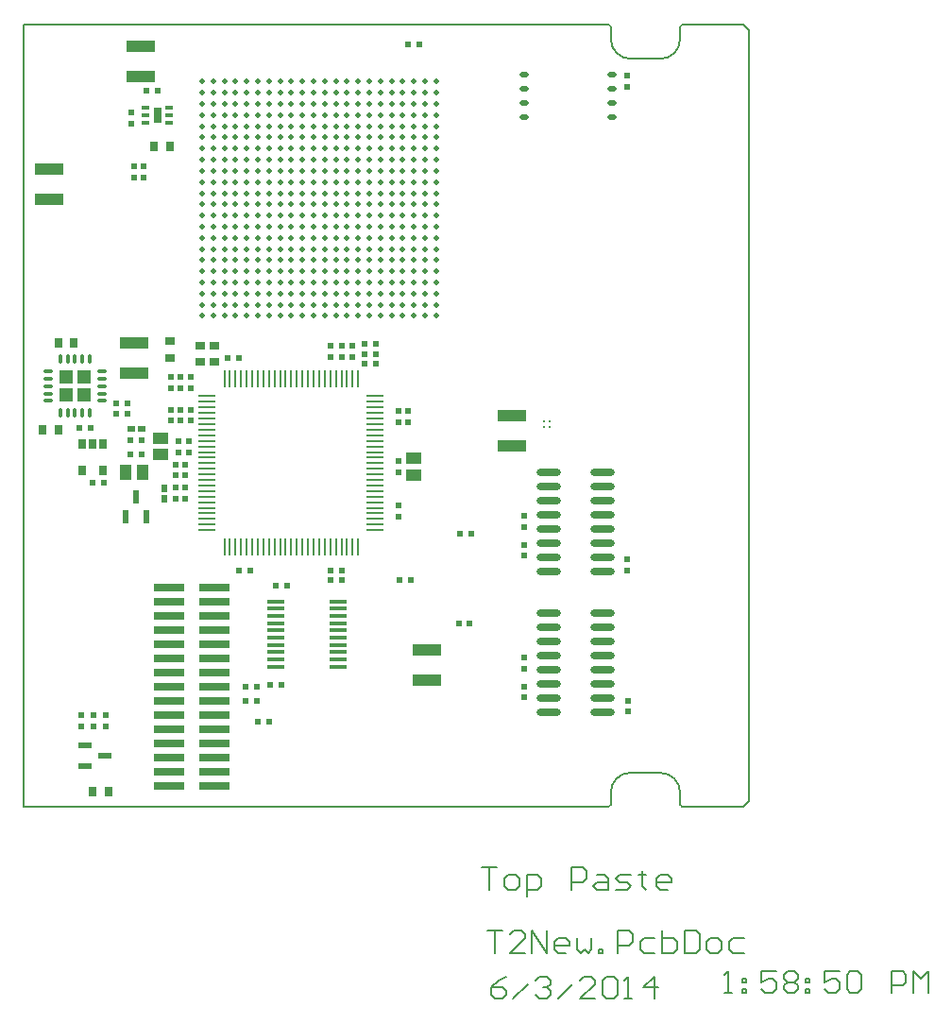
<source format=gtp>
%FSLAX44Y44*%
%MOMM*%
G71*
G01*
G75*
G04 Layer_Color=8421504*
%ADD10O,2.2000X0.6000*%
%ADD11R,0.6000X0.6000*%
%ADD12R,0.6000X0.5000*%
%ADD13R,2.7940X0.7366*%
%ADD14R,0.6000X1.2000*%
%ADD15R,1.6500X0.3000*%
%ADD16R,2.6000X1.1000*%
%ADD17R,1.0000X1.5000*%
%ADD18R,0.6000X0.6000*%
%ADD19R,0.5000X0.6000*%
%ADD20R,0.8000X0.9000*%
%ADD21R,1.0000X1.6000*%
%ADD22R,0.7000X0.3000*%
%ADD23R,1.2000X0.6000*%
%ADD24R,0.9000X0.7000*%
%ADD25R,0.7000X0.9000*%
%ADD26R,0.6500X0.9000*%
%ADD27R,1.1000X1.4000*%
%ADD28R,0.7000X0.6000*%
%ADD29R,1.4000X1.1000*%
%ADD30R,0.6000X0.7000*%
%ADD31O,0.8000X0.5000*%
%ADD32O,0.3500X0.9500*%
%ADD33O,0.9500X0.3500*%
%ADD34R,3.1500X3.1500*%
%ADD35C,0.2700*%
%ADD36O,0.2500X1.5500*%
%ADD37O,1.5500X0.2500*%
%ADD38C,0.5000*%
%ADD39C,0.1270*%
%ADD40C,0.5080*%
%ADD41C,0.6350*%
%ADD42C,0.2540*%
%ADD43C,0.1778*%
%ADD44C,0.2032*%
%ADD45C,0.3048*%
%ADD46C,0.1524*%
%ADD47R,0.9000X0.6000*%
%ADD48R,1.4000X3.3000*%
%ADD49R,1.1000X1.9000*%
%ADD50R,2.5400X0.6350*%
%ADD51R,0.6000X1.6250*%
%ADD52R,3.9250X2.0000*%
%ADD53R,4.0250X0.7250*%
%ADD54R,2.0000X1.5000*%
%ADD55R,1.3750X0.3000*%
%ADD56R,0.9000X0.6500*%
%ADD57R,0.8000X1.2500*%
%ADD58R,1.9000X4.3000*%
%ADD59R,2.1500X2.2250*%
%ADD60R,3.0000X5.8750*%
%ADD61R,2.6000X0.9000*%
%ADD62R,2.5750X2.2750*%
%ADD63R,5.8500X2.1250*%
%ADD64R,3.6000X1.8000*%
%ADD65R,1.4000X3.8000*%
%ADD66R,1.3000X3.3000*%
%ADD67R,2.6000X0.9000*%
%ADD68R,2.6000X0.9000*%
%ADD69R,2.6000X1.0000*%
%ADD70R,2.6000X1.0000*%
%ADD71R,3.8000X2.2000*%
%ADD72R,1.8000X1.6000*%
%ADD73C,0.6000*%
%ADD74C,0.1270*%
%ADD75C,0.2000*%
%ADD76C,0.9500*%
%ADD77C,5.0000*%
%ADD78C,0.6600*%
%ADD79C,0.5588*%
%ADD80C,1.0160*%
%ADD81C,1.3970*%
%ADD82R,1.6000X0.5000*%
%ADD83R,0.5000X1.6000*%
%ADD84R,13.4000X2.8000*%
%ADD85C,0.8080*%
%ADD86C,1.5240*%
%ADD87C,1.2700*%
%ADD88C,1.2080*%
%ADD89C,1.4080*%
%ADD90C,2.3080*%
G04:AMPARAMS|DCode=91|XSize=1.158mm|YSize=1.158mm|CornerRadius=0mm|HoleSize=0mm|Usage=FLASHONLY|Rotation=0.000|XOffset=0mm|YOffset=0mm|HoleType=Round|Shape=Relief|Width=0.254mm|Gap=0.127mm|Entries=4|*
%AMTHD91*
7,0,0,1.1580,0.9040,0.2540,45*
%
%ADD91THD91*%
%ADD92C,1.1580*%
G04:AMPARAMS|DCode=93|XSize=0.808mm|YSize=0.808mm|CornerRadius=0mm|HoleSize=0mm|Usage=FLASHONLY|Rotation=0.000|XOffset=0mm|YOffset=0mm|HoleType=Round|Shape=Relief|Width=0.254mm|Gap=0.127mm|Entries=4|*
%AMTHD93*
7,0,0,0.8080,0.5540,0.2540,45*
%
%ADD93THD93*%
%ADD94C,3.0080*%
%ADD95C,0.8128*%
%ADD96R,1.6000X0.5000*%
%ADD97R,2.2000X2.8000*%
%ADD98R,11.2000X2.8000*%
%ADD99C,0.8380*%
%ADD100R,6.5000X2.8000*%
%ADD101R,6.8000X2.8000*%
%ADD102R,2.3000X2.7000*%
%ADD103R,11.0000X2.8000*%
%ADD104R,0.2500X0.6000*%
%ADD105R,0.6000X0.2500*%
%ADD106R,3.1000X3.1000*%
%ADD107R,1.6764X0.7366*%
%ADD108R,0.7000X0.5000*%
%ADD109R,0.6500X0.8000*%
%ADD110R,1.4000X1.2000*%
%ADD111R,1.9000X1.1000*%
%ADD112R,0.9000X0.8000*%
%ADD113R,0.7500X0.3000*%
%ADD114R,1.3600X1.4600*%
%ADD115C,0.7112*%
%ADD116R,1.6000X1.4000*%
%ADD117R,3.4290X0.6350*%
%ADD118R,0.8000X0.8000*%
%ADD119R,4.8500X1.5000*%
%ADD120R,1.6000X1.5000*%
%ADD121R,2.1750X1.5000*%
%ADD122R,1.6000X0.8000*%
%ADD123R,1.5750X1.5000*%
%ADD124R,1.3500X3.8000*%
%ADD125R,0.9000X0.9500*%
%ADD126R,0.6750X2.1250*%
%ADD127R,0.7500X2.1250*%
%ADD128R,1.5500X1.3750*%
%ADD129R,3.3000X0.8000*%
%ADD130R,2.2000X2.3000*%
%ADD131R,4.4000X0.7000*%
%ADD132R,4.4000X2.0000*%
%ADD133R,3.3250X2.7500*%
%ADD134R,2.1500X0.8000*%
%ADD135R,1.8500X3.8250*%
%ADD136R,1.5750X0.5250*%
%ADD137R,1.7000X0.5000*%
%ADD138R,1.4750X0.8000*%
%ADD139R,1.4500X0.8000*%
%ADD140R,1.6000X1.5250*%
%ADD141R,1.4500X0.8000*%
%ADD142R,1.6250X1.5000*%
%ADD143R,1.3500X1.8000*%
%ADD144R,1.5250X1.5000*%
%ADD145R,1.4500X1.8000*%
%ADD146R,1.5500X1.5000*%
%ADD147R,1.6500X0.8000*%
%ADD148R,1.6500X2.5000*%
%ADD149R,1.3970X2.4130*%
%ADD150R,1.3970X0.6350*%
%ADD151C,0.6000*%
%ADD152C,0.2500*%
%ADD153C,0.2000*%
%ADD154C,0.1500*%
%ADD155R,0.8000X1.4000*%
%ADD156R,1.3000X1.3000*%
D10*
X719000Y410550D02*
D03*
Y423250D02*
D03*
Y435950D02*
D03*
Y448650D02*
D03*
Y461350D02*
D03*
Y474050D02*
D03*
Y486750D02*
D03*
Y499450D02*
D03*
X671000Y410550D02*
D03*
Y423250D02*
D03*
Y435950D02*
D03*
Y448650D02*
D03*
Y461350D02*
D03*
Y474050D02*
D03*
Y486750D02*
D03*
Y499450D02*
D03*
X719000Y284550D02*
D03*
Y297250D02*
D03*
Y309950D02*
D03*
Y322650D02*
D03*
Y335350D02*
D03*
Y348050D02*
D03*
Y360750D02*
D03*
Y373450D02*
D03*
X671000Y284550D02*
D03*
Y297250D02*
D03*
Y309950D02*
D03*
Y322650D02*
D03*
Y335350D02*
D03*
Y348050D02*
D03*
Y360750D02*
D03*
Y373450D02*
D03*
D11*
X742000Y285350D02*
D03*
Y295350D02*
D03*
X741000Y422000D02*
D03*
Y412000D02*
D03*
X649000Y298000D02*
D03*
Y308000D02*
D03*
Y435000D02*
D03*
Y425000D02*
D03*
X252000Y282000D02*
D03*
Y272000D02*
D03*
X263000Y282000D02*
D03*
Y272000D02*
D03*
X274000Y272000D02*
D03*
Y282000D02*
D03*
X332000Y575000D02*
D03*
Y585000D02*
D03*
X332000Y556000D02*
D03*
Y546000D02*
D03*
X495000Y603000D02*
D03*
Y613000D02*
D03*
X485000Y603000D02*
D03*
Y613000D02*
D03*
X475000Y603000D02*
D03*
Y613000D02*
D03*
D12*
X590000Y364000D02*
D03*
X600000D02*
D03*
X591000Y445000D02*
D03*
X601000D02*
D03*
X306000Y516000D02*
D03*
X296000D02*
D03*
X431000Y309000D02*
D03*
X421000D02*
D03*
X310000Y842000D02*
D03*
X320000D02*
D03*
X272000Y490500D02*
D03*
X262000D02*
D03*
X403000Y412000D02*
D03*
X393000D02*
D03*
X383000Y602000D02*
D03*
X393000D02*
D03*
X260000Y540000D02*
D03*
X250000D02*
D03*
X475000Y412000D02*
D03*
X485000D02*
D03*
X475000Y403000D02*
D03*
X485000D02*
D03*
X537000D02*
D03*
X547000D02*
D03*
D13*
X330360Y307900D02*
D03*
Y384100D02*
D03*
X371000D02*
D03*
X330360Y371400D02*
D03*
X371000D02*
D03*
X330360Y358700D02*
D03*
X371000D02*
D03*
X330360Y346000D02*
D03*
X371000D02*
D03*
X330360Y333300D02*
D03*
X371000D02*
D03*
X330360Y320600D02*
D03*
X371000D02*
D03*
Y307900D02*
D03*
X330360Y219000D02*
D03*
Y295200D02*
D03*
X371000D02*
D03*
X330360Y282500D02*
D03*
X371000D02*
D03*
X330360Y269800D02*
D03*
X371000D02*
D03*
X330360Y257100D02*
D03*
X371000D02*
D03*
X330360Y244400D02*
D03*
X371000D02*
D03*
X330360Y231700D02*
D03*
X371000D02*
D03*
Y219000D02*
D03*
Y396800D02*
D03*
X330360D02*
D03*
D14*
X291500Y460000D02*
D03*
X310500D02*
D03*
X301000Y478000D02*
D03*
D15*
X426250Y384250D02*
D03*
Y377750D02*
D03*
Y371250D02*
D03*
Y364750D02*
D03*
Y358250D02*
D03*
Y351750D02*
D03*
Y345250D02*
D03*
Y338750D02*
D03*
Y332250D02*
D03*
Y325750D02*
D03*
X481750Y384250D02*
D03*
Y377750D02*
D03*
Y371250D02*
D03*
Y364750D02*
D03*
Y358250D02*
D03*
Y351750D02*
D03*
Y345250D02*
D03*
Y338750D02*
D03*
Y332250D02*
D03*
Y325750D02*
D03*
D16*
X299000Y615500D02*
D03*
Y588500D02*
D03*
X305000Y881500D02*
D03*
Y854500D02*
D03*
X562000Y313500D02*
D03*
Y340500D02*
D03*
X223000Y744500D02*
D03*
Y771500D02*
D03*
X638000Y523500D02*
D03*
Y550500D02*
D03*
D18*
X426000Y398000D02*
D03*
X436000D02*
D03*
X399000Y295000D02*
D03*
X409000D02*
D03*
X399000Y308000D02*
D03*
X409000D02*
D03*
X410000Y276000D02*
D03*
X420000D02*
D03*
X296000Y529000D02*
D03*
X306000D02*
D03*
X506000Y597000D02*
D03*
X516000D02*
D03*
X506000Y606000D02*
D03*
X516000D02*
D03*
X506000Y615000D02*
D03*
X516000D02*
D03*
X555000Y883000D02*
D03*
X545000D02*
D03*
X293000Y552000D02*
D03*
X283000D02*
D03*
X293000Y562000D02*
D03*
X283000D02*
D03*
D19*
X299000Y774000D02*
D03*
Y764000D02*
D03*
X308000Y774000D02*
D03*
Y764000D02*
D03*
X297000Y812000D02*
D03*
Y822000D02*
D03*
X350000Y546000D02*
D03*
Y556000D02*
D03*
X341000Y585000D02*
D03*
Y575000D02*
D03*
X350000Y585000D02*
D03*
Y575000D02*
D03*
X341000Y556000D02*
D03*
Y546000D02*
D03*
X339000Y518000D02*
D03*
Y528000D02*
D03*
X348000Y518000D02*
D03*
Y528000D02*
D03*
X536000Y470000D02*
D03*
Y460000D02*
D03*
X336000Y476000D02*
D03*
Y486000D02*
D03*
X536000Y510000D02*
D03*
Y500000D02*
D03*
X345000Y476000D02*
D03*
Y486000D02*
D03*
X741000Y845000D02*
D03*
Y855000D02*
D03*
X649000Y334000D02*
D03*
Y324000D02*
D03*
X345000Y497000D02*
D03*
Y507000D02*
D03*
X336000Y497000D02*
D03*
Y507000D02*
D03*
X536000Y545000D02*
D03*
Y555000D02*
D03*
X545000Y545000D02*
D03*
Y555000D02*
D03*
X649000Y461000D02*
D03*
Y451000D02*
D03*
D20*
X331000Y792000D02*
D03*
X317000D02*
D03*
X231000Y538000D02*
D03*
X217000D02*
D03*
X245000Y616000D02*
D03*
X231000D02*
D03*
D22*
X309500Y813500D02*
D03*
Y820000D02*
D03*
Y826500D02*
D03*
X330500D02*
D03*
Y820000D02*
D03*
Y813500D02*
D03*
D23*
X273000Y246000D02*
D03*
X255000Y236500D02*
D03*
Y255500D02*
D03*
D24*
X358000Y598500D02*
D03*
Y613500D02*
D03*
X371000Y598500D02*
D03*
Y613500D02*
D03*
X331000Y602500D02*
D03*
Y617500D02*
D03*
D25*
X261500Y214000D02*
D03*
X276500D02*
D03*
D26*
X271500Y525500D02*
D03*
X262000D02*
D03*
X252500D02*
D03*
Y501500D02*
D03*
X271500D02*
D03*
D27*
X306500Y500000D02*
D03*
X291500D02*
D03*
D28*
X296500Y539000D02*
D03*
X305500D02*
D03*
D29*
X323000Y515500D02*
D03*
Y530500D02*
D03*
X550000Y512500D02*
D03*
Y497500D02*
D03*
D30*
X326000Y476500D02*
D03*
Y485500D02*
D03*
D31*
X648500Y817950D02*
D03*
Y830650D02*
D03*
Y843350D02*
D03*
Y856050D02*
D03*
X727500D02*
D03*
Y843350D02*
D03*
Y830650D02*
D03*
Y817950D02*
D03*
D32*
X259000Y601250D02*
D03*
X252500D02*
D03*
X246000D02*
D03*
X239500D02*
D03*
X233000D02*
D03*
Y552750D02*
D03*
X239500D02*
D03*
X246000D02*
D03*
X252500D02*
D03*
X259000D02*
D03*
D33*
X221750Y590000D02*
D03*
Y583500D02*
D03*
Y577000D02*
D03*
Y570500D02*
D03*
Y564000D02*
D03*
X270250D02*
D03*
Y570500D02*
D03*
Y577000D02*
D03*
Y583500D02*
D03*
Y590000D02*
D03*
D35*
X666500Y540500D02*
D03*
Y545500D02*
D03*
X671500Y540500D02*
D03*
Y545500D02*
D03*
D36*
X500000Y432750D02*
D03*
X495000D02*
D03*
X490000D02*
D03*
X485000D02*
D03*
X480000D02*
D03*
X475000D02*
D03*
X470000D02*
D03*
X465000D02*
D03*
X460000D02*
D03*
X455000D02*
D03*
X450000D02*
D03*
X445000D02*
D03*
X440000D02*
D03*
X435000D02*
D03*
X430000D02*
D03*
X425000D02*
D03*
X420000D02*
D03*
X415000D02*
D03*
X410000D02*
D03*
X405000D02*
D03*
X400000D02*
D03*
X395000D02*
D03*
X390000D02*
D03*
X385000D02*
D03*
X380000D02*
D03*
Y583250D02*
D03*
X385000D02*
D03*
X390000D02*
D03*
X395000D02*
D03*
X400000D02*
D03*
X405000D02*
D03*
X410000D02*
D03*
X415000D02*
D03*
X420000D02*
D03*
X425000D02*
D03*
X430000D02*
D03*
X435000D02*
D03*
X440000D02*
D03*
X445000D02*
D03*
X450000D02*
D03*
X455000D02*
D03*
X460000D02*
D03*
X465000D02*
D03*
X470000D02*
D03*
X475000D02*
D03*
X480000D02*
D03*
X485000D02*
D03*
X490000D02*
D03*
X495000D02*
D03*
X500000D02*
D03*
D37*
X364750Y448000D02*
D03*
Y453000D02*
D03*
Y458000D02*
D03*
Y463000D02*
D03*
Y468000D02*
D03*
Y473000D02*
D03*
Y478000D02*
D03*
Y483000D02*
D03*
Y488000D02*
D03*
Y493000D02*
D03*
Y498000D02*
D03*
Y503000D02*
D03*
Y508000D02*
D03*
Y513000D02*
D03*
Y518000D02*
D03*
Y523000D02*
D03*
Y528000D02*
D03*
Y533000D02*
D03*
Y538000D02*
D03*
Y543000D02*
D03*
Y548000D02*
D03*
Y553000D02*
D03*
Y558000D02*
D03*
Y563000D02*
D03*
Y568000D02*
D03*
X515250D02*
D03*
Y563000D02*
D03*
Y558000D02*
D03*
Y553000D02*
D03*
Y548000D02*
D03*
Y543000D02*
D03*
Y538000D02*
D03*
Y533000D02*
D03*
Y528000D02*
D03*
Y523000D02*
D03*
Y518000D02*
D03*
Y513000D02*
D03*
Y508000D02*
D03*
Y503000D02*
D03*
Y498000D02*
D03*
Y493000D02*
D03*
Y488000D02*
D03*
Y483000D02*
D03*
Y478000D02*
D03*
Y473000D02*
D03*
Y468000D02*
D03*
Y463000D02*
D03*
Y458000D02*
D03*
Y453000D02*
D03*
Y448000D02*
D03*
D38*
X570000Y850000D02*
D03*
Y840000D02*
D03*
Y830000D02*
D03*
Y820000D02*
D03*
Y810000D02*
D03*
Y800000D02*
D03*
Y790000D02*
D03*
Y780000D02*
D03*
Y770000D02*
D03*
Y760000D02*
D03*
Y750000D02*
D03*
Y740000D02*
D03*
Y730000D02*
D03*
Y720000D02*
D03*
Y710000D02*
D03*
Y700000D02*
D03*
Y690000D02*
D03*
Y680000D02*
D03*
Y670000D02*
D03*
Y660000D02*
D03*
Y650000D02*
D03*
Y640000D02*
D03*
X560000Y850000D02*
D03*
Y840000D02*
D03*
Y830000D02*
D03*
Y820000D02*
D03*
Y810000D02*
D03*
Y800000D02*
D03*
Y790000D02*
D03*
Y780000D02*
D03*
Y770000D02*
D03*
Y760000D02*
D03*
Y750000D02*
D03*
Y740000D02*
D03*
Y730000D02*
D03*
Y720000D02*
D03*
Y710000D02*
D03*
Y700000D02*
D03*
Y690000D02*
D03*
Y680000D02*
D03*
Y670000D02*
D03*
Y660000D02*
D03*
Y650000D02*
D03*
Y640000D02*
D03*
X550000Y850000D02*
D03*
Y840000D02*
D03*
Y830000D02*
D03*
Y820000D02*
D03*
Y810000D02*
D03*
Y800000D02*
D03*
Y790000D02*
D03*
Y780000D02*
D03*
Y770000D02*
D03*
Y760000D02*
D03*
Y750000D02*
D03*
Y740000D02*
D03*
Y730000D02*
D03*
Y720000D02*
D03*
Y710000D02*
D03*
Y700000D02*
D03*
Y690000D02*
D03*
Y680000D02*
D03*
Y670000D02*
D03*
Y660000D02*
D03*
Y650000D02*
D03*
Y640000D02*
D03*
X540000Y850000D02*
D03*
Y840000D02*
D03*
Y830000D02*
D03*
Y820000D02*
D03*
Y810000D02*
D03*
Y800000D02*
D03*
Y790000D02*
D03*
Y780000D02*
D03*
Y770000D02*
D03*
Y760000D02*
D03*
Y750000D02*
D03*
Y740000D02*
D03*
Y730000D02*
D03*
Y720000D02*
D03*
Y710000D02*
D03*
Y700000D02*
D03*
Y690000D02*
D03*
Y680000D02*
D03*
Y670000D02*
D03*
Y660000D02*
D03*
Y650000D02*
D03*
Y640000D02*
D03*
X530000Y850000D02*
D03*
Y840000D02*
D03*
Y830000D02*
D03*
Y820000D02*
D03*
Y810000D02*
D03*
Y800000D02*
D03*
Y790000D02*
D03*
Y780000D02*
D03*
Y770000D02*
D03*
Y760000D02*
D03*
Y750000D02*
D03*
Y740000D02*
D03*
Y730000D02*
D03*
Y720000D02*
D03*
Y710000D02*
D03*
Y700000D02*
D03*
Y690000D02*
D03*
Y680000D02*
D03*
Y670000D02*
D03*
Y660000D02*
D03*
Y650000D02*
D03*
Y640000D02*
D03*
X520000Y850000D02*
D03*
Y840000D02*
D03*
Y830000D02*
D03*
Y820000D02*
D03*
Y810000D02*
D03*
Y800000D02*
D03*
Y790000D02*
D03*
Y780000D02*
D03*
Y770000D02*
D03*
Y760000D02*
D03*
Y750000D02*
D03*
Y740000D02*
D03*
Y730000D02*
D03*
Y720000D02*
D03*
Y710000D02*
D03*
Y700000D02*
D03*
Y690000D02*
D03*
Y680000D02*
D03*
Y670000D02*
D03*
Y660000D02*
D03*
Y650000D02*
D03*
Y640000D02*
D03*
X510000Y850000D02*
D03*
Y840000D02*
D03*
Y830000D02*
D03*
Y820000D02*
D03*
Y810000D02*
D03*
Y800000D02*
D03*
Y790000D02*
D03*
Y780000D02*
D03*
Y770000D02*
D03*
Y760000D02*
D03*
Y750000D02*
D03*
Y740000D02*
D03*
Y730000D02*
D03*
Y720000D02*
D03*
Y710000D02*
D03*
Y700000D02*
D03*
Y690000D02*
D03*
Y680000D02*
D03*
Y670000D02*
D03*
Y660000D02*
D03*
Y650000D02*
D03*
Y640000D02*
D03*
X500000Y850000D02*
D03*
Y840000D02*
D03*
Y830000D02*
D03*
Y820000D02*
D03*
Y810000D02*
D03*
Y800000D02*
D03*
Y790000D02*
D03*
Y780000D02*
D03*
Y770000D02*
D03*
Y760000D02*
D03*
Y750000D02*
D03*
Y740000D02*
D03*
Y730000D02*
D03*
Y720000D02*
D03*
Y710000D02*
D03*
Y700000D02*
D03*
Y690000D02*
D03*
Y680000D02*
D03*
Y670000D02*
D03*
Y660000D02*
D03*
Y650000D02*
D03*
Y640000D02*
D03*
X490000Y850000D02*
D03*
Y840000D02*
D03*
Y830000D02*
D03*
Y820000D02*
D03*
Y810000D02*
D03*
Y800000D02*
D03*
Y790000D02*
D03*
Y780000D02*
D03*
Y770000D02*
D03*
Y760000D02*
D03*
Y750000D02*
D03*
Y740000D02*
D03*
Y730000D02*
D03*
Y720000D02*
D03*
Y710000D02*
D03*
Y700000D02*
D03*
Y690000D02*
D03*
Y680000D02*
D03*
Y670000D02*
D03*
Y660000D02*
D03*
Y650000D02*
D03*
Y640000D02*
D03*
X480000Y850000D02*
D03*
Y840000D02*
D03*
Y830000D02*
D03*
Y820000D02*
D03*
Y810000D02*
D03*
Y800000D02*
D03*
Y790000D02*
D03*
Y780000D02*
D03*
Y770000D02*
D03*
Y760000D02*
D03*
Y750000D02*
D03*
Y740000D02*
D03*
Y730000D02*
D03*
Y720000D02*
D03*
Y710000D02*
D03*
Y700000D02*
D03*
Y690000D02*
D03*
Y680000D02*
D03*
Y670000D02*
D03*
Y660000D02*
D03*
Y650000D02*
D03*
Y640000D02*
D03*
X470000Y850000D02*
D03*
Y840000D02*
D03*
Y830000D02*
D03*
Y820000D02*
D03*
Y810000D02*
D03*
Y800000D02*
D03*
Y790000D02*
D03*
Y780000D02*
D03*
Y770000D02*
D03*
Y760000D02*
D03*
Y750000D02*
D03*
Y740000D02*
D03*
Y730000D02*
D03*
Y720000D02*
D03*
Y710000D02*
D03*
Y700000D02*
D03*
Y690000D02*
D03*
Y680000D02*
D03*
Y670000D02*
D03*
Y660000D02*
D03*
Y650000D02*
D03*
Y640000D02*
D03*
X460000Y850000D02*
D03*
Y840000D02*
D03*
Y830000D02*
D03*
Y820000D02*
D03*
Y810000D02*
D03*
Y800000D02*
D03*
Y790000D02*
D03*
Y780000D02*
D03*
Y770000D02*
D03*
Y760000D02*
D03*
Y750000D02*
D03*
Y740000D02*
D03*
Y730000D02*
D03*
Y720000D02*
D03*
Y710000D02*
D03*
Y700000D02*
D03*
Y690000D02*
D03*
Y680000D02*
D03*
Y670000D02*
D03*
Y660000D02*
D03*
Y650000D02*
D03*
Y640000D02*
D03*
X450000Y850000D02*
D03*
Y840000D02*
D03*
Y830000D02*
D03*
Y820000D02*
D03*
Y810000D02*
D03*
Y800000D02*
D03*
Y790000D02*
D03*
Y780000D02*
D03*
Y770000D02*
D03*
Y760000D02*
D03*
Y750000D02*
D03*
Y740000D02*
D03*
Y730000D02*
D03*
Y720000D02*
D03*
Y710000D02*
D03*
Y700000D02*
D03*
Y690000D02*
D03*
Y680000D02*
D03*
Y670000D02*
D03*
Y660000D02*
D03*
Y650000D02*
D03*
Y640000D02*
D03*
X440000Y850000D02*
D03*
Y840000D02*
D03*
Y830000D02*
D03*
Y820000D02*
D03*
Y810000D02*
D03*
Y800000D02*
D03*
Y790000D02*
D03*
Y780000D02*
D03*
Y770000D02*
D03*
Y760000D02*
D03*
Y750000D02*
D03*
Y740000D02*
D03*
Y730000D02*
D03*
Y720000D02*
D03*
Y710000D02*
D03*
Y700000D02*
D03*
Y690000D02*
D03*
Y680000D02*
D03*
Y670000D02*
D03*
Y660000D02*
D03*
Y650000D02*
D03*
Y640000D02*
D03*
X430000Y850000D02*
D03*
Y840000D02*
D03*
Y830000D02*
D03*
Y820000D02*
D03*
Y810000D02*
D03*
Y800000D02*
D03*
Y790000D02*
D03*
Y780000D02*
D03*
Y770000D02*
D03*
Y760000D02*
D03*
Y750000D02*
D03*
Y740000D02*
D03*
Y730000D02*
D03*
Y720000D02*
D03*
Y710000D02*
D03*
Y700000D02*
D03*
Y690000D02*
D03*
Y680000D02*
D03*
Y670000D02*
D03*
Y660000D02*
D03*
Y650000D02*
D03*
Y640000D02*
D03*
X420000Y850000D02*
D03*
Y840000D02*
D03*
Y830000D02*
D03*
Y820000D02*
D03*
Y810000D02*
D03*
Y800000D02*
D03*
Y790000D02*
D03*
Y780000D02*
D03*
Y770000D02*
D03*
Y760000D02*
D03*
Y750000D02*
D03*
Y740000D02*
D03*
Y730000D02*
D03*
Y720000D02*
D03*
Y710000D02*
D03*
Y700000D02*
D03*
Y690000D02*
D03*
Y680000D02*
D03*
Y670000D02*
D03*
Y660000D02*
D03*
Y650000D02*
D03*
Y640000D02*
D03*
X410000Y850000D02*
D03*
Y840000D02*
D03*
Y830000D02*
D03*
Y820000D02*
D03*
Y810000D02*
D03*
Y800000D02*
D03*
Y790000D02*
D03*
Y780000D02*
D03*
Y770000D02*
D03*
Y760000D02*
D03*
Y750000D02*
D03*
Y740000D02*
D03*
Y730000D02*
D03*
Y720000D02*
D03*
Y710000D02*
D03*
Y700000D02*
D03*
Y690000D02*
D03*
Y680000D02*
D03*
Y670000D02*
D03*
Y660000D02*
D03*
Y650000D02*
D03*
Y640000D02*
D03*
X400000Y850000D02*
D03*
Y840000D02*
D03*
Y830000D02*
D03*
Y820000D02*
D03*
Y810000D02*
D03*
Y800000D02*
D03*
Y790000D02*
D03*
Y780000D02*
D03*
Y770000D02*
D03*
Y760000D02*
D03*
Y750000D02*
D03*
Y740000D02*
D03*
Y730000D02*
D03*
Y720000D02*
D03*
Y710000D02*
D03*
Y700000D02*
D03*
Y690000D02*
D03*
Y680000D02*
D03*
Y670000D02*
D03*
Y660000D02*
D03*
Y650000D02*
D03*
Y640000D02*
D03*
X390000Y850000D02*
D03*
Y840000D02*
D03*
Y830000D02*
D03*
Y820000D02*
D03*
Y810000D02*
D03*
Y800000D02*
D03*
Y790000D02*
D03*
Y780000D02*
D03*
Y770000D02*
D03*
Y760000D02*
D03*
Y750000D02*
D03*
Y740000D02*
D03*
Y730000D02*
D03*
Y720000D02*
D03*
Y710000D02*
D03*
Y700000D02*
D03*
Y690000D02*
D03*
Y680000D02*
D03*
Y670000D02*
D03*
Y660000D02*
D03*
Y650000D02*
D03*
Y640000D02*
D03*
X380000Y850000D02*
D03*
Y840000D02*
D03*
Y830000D02*
D03*
Y820000D02*
D03*
Y810000D02*
D03*
Y800000D02*
D03*
Y790000D02*
D03*
Y780000D02*
D03*
Y770000D02*
D03*
Y760000D02*
D03*
Y750000D02*
D03*
Y740000D02*
D03*
Y730000D02*
D03*
Y720000D02*
D03*
Y710000D02*
D03*
Y700000D02*
D03*
Y690000D02*
D03*
Y680000D02*
D03*
Y670000D02*
D03*
Y660000D02*
D03*
Y650000D02*
D03*
Y640000D02*
D03*
X370000Y850000D02*
D03*
Y840000D02*
D03*
Y830000D02*
D03*
Y820000D02*
D03*
Y810000D02*
D03*
Y800000D02*
D03*
Y790000D02*
D03*
Y780000D02*
D03*
Y770000D02*
D03*
Y760000D02*
D03*
Y750000D02*
D03*
Y740000D02*
D03*
Y730000D02*
D03*
Y720000D02*
D03*
Y710000D02*
D03*
Y700000D02*
D03*
Y690000D02*
D03*
Y680000D02*
D03*
Y670000D02*
D03*
Y660000D02*
D03*
Y650000D02*
D03*
Y640000D02*
D03*
X360000Y850000D02*
D03*
Y840000D02*
D03*
Y830000D02*
D03*
Y820000D02*
D03*
Y810000D02*
D03*
Y800000D02*
D03*
Y790000D02*
D03*
Y780000D02*
D03*
Y770000D02*
D03*
Y760000D02*
D03*
Y750000D02*
D03*
Y740000D02*
D03*
Y730000D02*
D03*
Y720000D02*
D03*
Y710000D02*
D03*
Y700000D02*
D03*
Y690000D02*
D03*
Y680000D02*
D03*
Y670000D02*
D03*
Y660000D02*
D03*
Y650000D02*
D03*
Y640000D02*
D03*
D39*
X200000Y200000D02*
X724500D01*
D46*
X611000Y145994D02*
X624329D01*
X617664D01*
Y126000D01*
X634326D02*
X640990D01*
X644323Y129332D01*
Y135997D01*
X640990Y139329D01*
X634326D01*
X630994Y135997D01*
Y129332D01*
X634326Y126000D01*
X650987Y119335D02*
Y139329D01*
X660984D01*
X664316Y135997D01*
Y129332D01*
X660984Y126000D01*
X650987D01*
X690974D02*
Y145994D01*
X700971D01*
X704303Y142661D01*
Y135997D01*
X700971Y132664D01*
X690974D01*
X714300Y139329D02*
X720965D01*
X724297Y135997D01*
Y126000D01*
X714300D01*
X710968Y129332D01*
X714300Y132664D01*
X724297D01*
X730961Y126000D02*
X740958D01*
X744290Y129332D01*
X740958Y132664D01*
X734294D01*
X730961Y135997D01*
X734294Y139329D01*
X744290D01*
X754287Y142661D02*
Y139329D01*
X750955D01*
X757619D01*
X754287D01*
Y129332D01*
X757619Y126000D01*
X777613D02*
X770948D01*
X767616Y129332D01*
Y135997D01*
X770948Y139329D01*
X777613D01*
X780945Y135997D01*
Y132664D01*
X767616D01*
X790500Y901000D02*
G03*
X788500Y899000I0J-2000D01*
G01*
X726500D02*
G03*
X724500Y901000I-2000J0D01*
G01*
X726500Y888000D02*
G03*
X744000Y870500I17500J0D01*
G01*
X771000D02*
G03*
X788500Y888000I0J17500D01*
G01*
Y213000D02*
G03*
X771000Y230500I-17500J0D01*
G01*
X744000D02*
G03*
X726500Y213000I0J-17500D01*
G01*
X724500Y200000D02*
G03*
X726500Y202000I0J2000D01*
G01*
X788500D02*
G03*
X790500Y200000I2000J0D01*
G01*
X200000Y901000D02*
X724500D01*
X790500D02*
X845000D01*
X726500Y888000D02*
Y899000D01*
X788500Y888000D02*
Y899000D01*
X744000Y870500D02*
X771000D01*
X744000Y230500D02*
X771000D01*
X788500Y202000D02*
Y213000D01*
X726500Y202000D02*
Y213000D01*
X845000Y901000D02*
X850000Y896000D01*
Y205000D02*
Y896000D01*
X845000Y200000D02*
X850000Y205000D01*
X790500Y200000D02*
X845000D01*
X200000D02*
Y901000D01*
X616000Y88994D02*
X629329D01*
X622664D01*
Y69000D01*
X649323D02*
X635994D01*
X649323Y82329D01*
Y85661D01*
X645990Y88994D01*
X639326D01*
X635994Y85661D01*
X655987Y69000D02*
Y88994D01*
X669316Y69000D01*
Y88994D01*
X685977Y69000D02*
X679313D01*
X675981Y72332D01*
Y78997D01*
X679313Y82329D01*
X685977D01*
X689310Y78997D01*
Y75665D01*
X675981D01*
X695974Y82329D02*
Y72332D01*
X699306Y69000D01*
X702639Y72332D01*
X705971Y69000D01*
X709303Y72332D01*
Y82329D01*
X715968Y69000D02*
Y72332D01*
X719300D01*
Y69000D01*
X715968D01*
X732629D02*
Y88994D01*
X742626D01*
X745958Y85661D01*
Y78997D01*
X742626Y75665D01*
X732629D01*
X765952Y82329D02*
X755955D01*
X752623Y78997D01*
Y72332D01*
X755955Y69000D01*
X765952D01*
X772616Y88994D02*
Y69000D01*
X782613D01*
X785945Y72332D01*
Y75665D01*
Y78997D01*
X782613Y82329D01*
X772616D01*
X792610Y88994D02*
Y69000D01*
X802607D01*
X805939Y72332D01*
Y85661D01*
X802607Y88994D01*
X792610D01*
X815936Y69000D02*
X822600D01*
X825932Y72332D01*
Y78997D01*
X822600Y82329D01*
X815936D01*
X812603Y78997D01*
Y72332D01*
X815936Y69000D01*
X845926Y82329D02*
X835929D01*
X832597Y78997D01*
Y72332D01*
X835929Y69000D01*
X845926D01*
X632329Y47994D02*
X625664Y44661D01*
X619000Y37997D01*
Y31332D01*
X622332Y28000D01*
X628997D01*
X632329Y31332D01*
Y34664D01*
X628997Y37997D01*
X619000D01*
X638994Y28000D02*
X652323Y41329D01*
X658987Y44661D02*
X662319Y47994D01*
X668984D01*
X672316Y44661D01*
Y41329D01*
X668984Y37997D01*
X665652D01*
X668984D01*
X672316Y34664D01*
Y31332D01*
X668984Y28000D01*
X662319D01*
X658987Y31332D01*
X678981Y28000D02*
X692310Y41329D01*
X712303Y28000D02*
X698974D01*
X712303Y41329D01*
Y44661D01*
X708971Y47994D01*
X702307D01*
X698974Y44661D01*
X718968D02*
X722300Y47994D01*
X728965D01*
X732297Y44661D01*
Y31332D01*
X728965Y28000D01*
X722300D01*
X718968Y31332D01*
Y44661D01*
X738961Y28000D02*
X745626D01*
X742294D01*
Y47994D01*
X738961Y44661D01*
X765619Y28000D02*
Y47994D01*
X755623Y37997D01*
X768952D01*
X828000Y33000D02*
X834665D01*
X831332D01*
Y52994D01*
X828000Y49661D01*
X844661Y46329D02*
X847993D01*
Y42997D01*
X844661D01*
Y46329D01*
Y36332D02*
X847993D01*
Y33000D01*
X844661D01*
Y36332D01*
X874652Y52994D02*
X861323D01*
Y42997D01*
X867987Y46329D01*
X871319D01*
X874652Y42997D01*
Y36332D01*
X871319Y33000D01*
X864655D01*
X861323Y36332D01*
X881316Y49661D02*
X884648Y52994D01*
X891313D01*
X894645Y49661D01*
Y46329D01*
X891313Y42997D01*
X894645Y39664D01*
Y36332D01*
X891313Y33000D01*
X884648D01*
X881316Y36332D01*
Y39664D01*
X884648Y42997D01*
X881316Y46329D01*
Y49661D01*
X884648Y42997D02*
X891313D01*
X901310Y46329D02*
X904642D01*
Y42997D01*
X901310D01*
Y46329D01*
Y36332D02*
X904642D01*
Y33000D01*
X901310D01*
Y36332D01*
X931300Y52994D02*
X917971D01*
Y42997D01*
X924635Y46329D01*
X927968D01*
X931300Y42997D01*
Y36332D01*
X927968Y33000D01*
X921303D01*
X917971Y36332D01*
X937964Y49661D02*
X941297Y52994D01*
X947961D01*
X951294Y49661D01*
Y36332D01*
X947961Y33000D01*
X941297D01*
X937964Y36332D01*
Y49661D01*
X977952Y33000D02*
Y52994D01*
X987948D01*
X991281Y49661D01*
Y42997D01*
X987948Y39664D01*
X977952D01*
X997945Y33000D02*
Y52994D01*
X1004610Y46329D01*
X1011274Y52994D01*
Y33000D01*
D155*
X320000Y819990D02*
D03*
D156*
X254000Y585000D02*
D03*
Y569000D02*
D03*
X238000Y585000D02*
D03*
Y569000D02*
D03*
M02*

</source>
